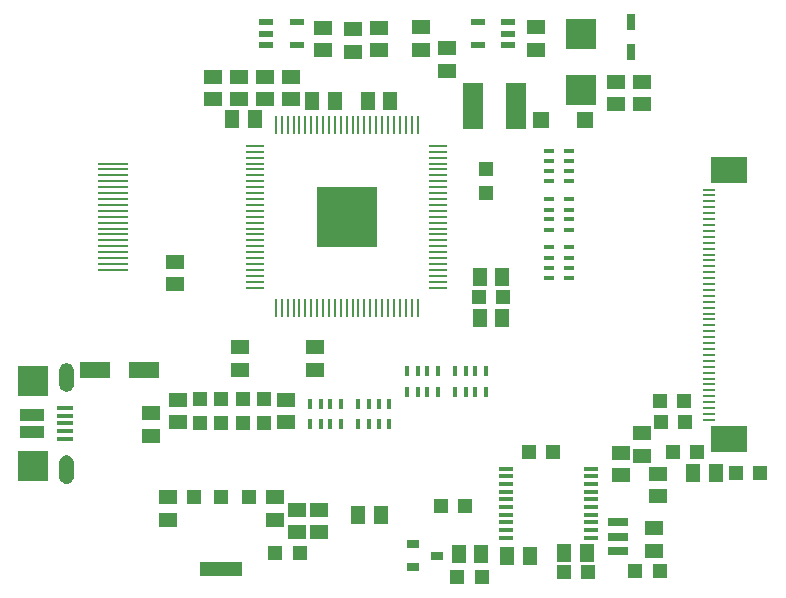
<source format=gbr>
G04 EAGLE Gerber RS-274X export*
G75*
%MOMM*%
%FSLAX34Y34*%
%LPD*%
%INSolderpaste Top*%
%IPPOS*%
%AMOC8*
5,1,8,0,0,1.08239X$1,22.5*%
G01*
%ADD10R,2.600000X0.250000*%
%ADD11R,0.270000X1.500000*%
%ADD12R,1.500000X0.270000*%
%ADD13R,5.200000X5.200000*%
%ADD14R,1.500000X1.300000*%
%ADD15R,1.300000X1.200000*%
%ADD16R,1.200000X1.300000*%
%ADD17R,1.300000X1.500000*%
%ADD18R,1.200000X0.550000*%
%ADD19R,1.300000X1.300000*%
%ADD20R,3.600000X1.300000*%
%ADD21R,1.350000X0.400000*%
%ADD22R,2.000000X1.000000*%
%ADD23R,2.500000X2.500000*%
%ADD24R,1.270000X0.304800*%
%ADD25R,1.700000X0.700000*%
%ADD26R,1.100000X0.250000*%
%ADD27R,3.100000X2.300000*%
%ADD28R,0.900000X0.450000*%
%ADD29R,0.450000X0.900000*%
%ADD30R,1.200000X1.200000*%
%ADD31R,1.800000X4.000000*%
%ADD32R,1.400000X1.400000*%
%ADD33R,2.540000X2.540000*%
%ADD34R,1.016000X0.635000*%
%ADD35R,0.800000X1.350000*%
%ADD36R,2.600000X1.400000*%

G36*
X52948Y171873D02*
X52948Y171873D01*
X54222Y172073D01*
X54269Y172090D01*
X54359Y172111D01*
X55555Y172589D01*
X55598Y172616D01*
X55681Y172656D01*
X56741Y173388D01*
X56777Y173424D01*
X56848Y173482D01*
X57719Y174432D01*
X57746Y174474D01*
X57803Y174547D01*
X58440Y175667D01*
X58457Y175714D01*
X58496Y175797D01*
X58869Y177031D01*
X58874Y177081D01*
X58894Y177171D01*
X58983Y178456D01*
X58981Y178476D01*
X58984Y178500D01*
X58984Y189500D01*
X58982Y189515D01*
X58983Y189535D01*
X58922Y190661D01*
X58911Y190708D01*
X58903Y190784D01*
X58622Y191877D01*
X58602Y191921D01*
X58580Y191994D01*
X58092Y193011D01*
X58064Y193050D01*
X58027Y193117D01*
X57350Y194020D01*
X57315Y194053D01*
X57266Y194111D01*
X56426Y194864D01*
X56385Y194890D01*
X56325Y194938D01*
X55354Y195512D01*
X55309Y195529D01*
X55242Y195565D01*
X54177Y195939D01*
X54130Y195947D01*
X54057Y195969D01*
X52940Y196128D01*
X52912Y196127D01*
X52760Y196128D01*
X51644Y195969D01*
X51598Y195954D01*
X51523Y195939D01*
X50458Y195565D01*
X50416Y195541D01*
X50346Y195512D01*
X49375Y194938D01*
X49338Y194906D01*
X49274Y194864D01*
X48434Y194111D01*
X48405Y194074D01*
X48350Y194020D01*
X47673Y193117D01*
X47651Y193074D01*
X47608Y193011D01*
X47120Y191994D01*
X47107Y191947D01*
X47078Y191877D01*
X46797Y190784D01*
X46794Y190736D01*
X46778Y190661D01*
X46717Y189535D01*
X46719Y189519D01*
X46716Y189500D01*
X46716Y178500D01*
X46719Y178485D01*
X46717Y178465D01*
X46778Y177339D01*
X46790Y177292D01*
X46797Y177216D01*
X47078Y176123D01*
X47098Y176079D01*
X47120Y176006D01*
X47608Y174989D01*
X47637Y174950D01*
X47673Y174883D01*
X48350Y173980D01*
X48385Y173947D01*
X48434Y173889D01*
X49274Y173136D01*
X49315Y173110D01*
X49375Y173062D01*
X50346Y172488D01*
X50391Y172471D01*
X50458Y172435D01*
X51523Y172061D01*
X51570Y172053D01*
X51644Y172031D01*
X52760Y171872D01*
X52761Y171872D01*
X52948Y171873D01*
G37*
G36*
X52948Y93873D02*
X52948Y93873D01*
X54222Y94073D01*
X54269Y94090D01*
X54359Y94111D01*
X55555Y94589D01*
X55598Y94616D01*
X55681Y94656D01*
X56741Y95388D01*
X56777Y95424D01*
X56848Y95482D01*
X57719Y96432D01*
X57746Y96474D01*
X57803Y96547D01*
X58440Y97667D01*
X58457Y97714D01*
X58496Y97797D01*
X58869Y99031D01*
X58874Y99081D01*
X58894Y99171D01*
X58983Y100456D01*
X58981Y100476D01*
X58984Y100500D01*
X58984Y111500D01*
X58982Y111515D01*
X58983Y111535D01*
X58922Y112661D01*
X58911Y112708D01*
X58903Y112784D01*
X58622Y113877D01*
X58602Y113921D01*
X58580Y113994D01*
X58092Y115011D01*
X58064Y115050D01*
X58027Y115117D01*
X57350Y116020D01*
X57315Y116053D01*
X57266Y116111D01*
X56426Y116864D01*
X56385Y116890D01*
X56325Y116938D01*
X55354Y117512D01*
X55309Y117529D01*
X55242Y117565D01*
X54177Y117939D01*
X54130Y117947D01*
X54057Y117969D01*
X52940Y118128D01*
X52912Y118127D01*
X52760Y118128D01*
X51644Y117969D01*
X51598Y117954D01*
X51523Y117939D01*
X50458Y117565D01*
X50416Y117541D01*
X50346Y117512D01*
X49375Y116938D01*
X49338Y116906D01*
X49274Y116864D01*
X48434Y116111D01*
X48405Y116074D01*
X48350Y116020D01*
X47673Y115117D01*
X47651Y115074D01*
X47608Y115011D01*
X47120Y113994D01*
X47107Y113947D01*
X47078Y113877D01*
X46797Y112784D01*
X46794Y112736D01*
X46778Y112661D01*
X46717Y111535D01*
X46719Y111519D01*
X46716Y111500D01*
X46716Y100500D01*
X46719Y100485D01*
X46717Y100465D01*
X46778Y99339D01*
X46790Y99292D01*
X46797Y99216D01*
X47078Y98123D01*
X47098Y98079D01*
X47120Y98006D01*
X47608Y96989D01*
X47637Y96950D01*
X47673Y96883D01*
X48350Y95980D01*
X48385Y95947D01*
X48434Y95889D01*
X49274Y95136D01*
X49315Y95110D01*
X49375Y95062D01*
X50346Y94488D01*
X50391Y94471D01*
X50458Y94435D01*
X51523Y94061D01*
X51570Y94053D01*
X51644Y94031D01*
X52760Y93872D01*
X52761Y93872D01*
X52948Y93873D01*
G37*
D10*
X92500Y275000D03*
X92500Y280000D03*
X92500Y285000D03*
X92500Y290000D03*
X92500Y295000D03*
X92500Y300000D03*
X92500Y305000D03*
X92500Y310000D03*
X92500Y315000D03*
X92500Y320000D03*
X92500Y325000D03*
X92500Y330000D03*
X92500Y335000D03*
X92500Y340000D03*
X92500Y345000D03*
X92500Y350000D03*
X92500Y355000D03*
X92500Y360000D03*
X92500Y365000D03*
D11*
X230000Y397500D03*
X235000Y397500D03*
X240000Y397500D03*
X245000Y397500D03*
X250000Y397500D03*
X255000Y397500D03*
X260000Y397500D03*
X265000Y397500D03*
X270000Y397500D03*
X275000Y397500D03*
X280000Y397500D03*
X285000Y397500D03*
X290000Y397500D03*
X295000Y397500D03*
X300000Y397500D03*
X305000Y397500D03*
X310000Y397500D03*
X315000Y397500D03*
X320000Y397500D03*
X325000Y397500D03*
X330000Y397500D03*
X335000Y397500D03*
X340000Y397500D03*
X345000Y397500D03*
X350000Y397500D03*
X230000Y242500D03*
X235000Y242500D03*
X240000Y242500D03*
X245000Y242500D03*
X250000Y242500D03*
X255000Y242500D03*
X260000Y242500D03*
X265000Y242500D03*
X270000Y242500D03*
X275000Y242500D03*
X280000Y242500D03*
X285000Y242500D03*
X290000Y242500D03*
X295000Y242500D03*
X300000Y242500D03*
X305000Y242500D03*
X310000Y242500D03*
X315000Y242500D03*
X320000Y242500D03*
X325000Y242500D03*
X330000Y242500D03*
X335000Y242500D03*
X340000Y242500D03*
X345000Y242500D03*
X350000Y242500D03*
D12*
X367500Y260000D03*
X367500Y265000D03*
X367500Y270000D03*
X367500Y275000D03*
X367500Y280000D03*
X367500Y285000D03*
X367500Y290000D03*
X367500Y295000D03*
X367500Y300000D03*
X367500Y305000D03*
X367500Y310000D03*
X367500Y315000D03*
X367500Y320000D03*
X367500Y325000D03*
X367500Y330000D03*
X367500Y335000D03*
X367500Y340000D03*
X367500Y345000D03*
X367500Y350000D03*
X367500Y355000D03*
X367500Y360000D03*
X367500Y365000D03*
X367500Y370000D03*
X367500Y375000D03*
X367500Y380000D03*
X212500Y380000D03*
X212500Y375000D03*
X212500Y370000D03*
X212500Y365000D03*
X212500Y360000D03*
X212500Y355000D03*
X212500Y350000D03*
X212500Y345000D03*
X212500Y340000D03*
X212500Y335000D03*
X212500Y330000D03*
X212500Y325000D03*
X212500Y320000D03*
X212500Y315000D03*
X212500Y310000D03*
X212500Y305000D03*
X212500Y300000D03*
X212500Y295000D03*
X212500Y290000D03*
X212500Y285000D03*
X212500Y280000D03*
X212500Y275000D03*
X212500Y270000D03*
X212500Y265000D03*
X212500Y260000D03*
D13*
X290000Y320000D03*
D14*
X177000Y438500D03*
X177000Y419500D03*
D15*
X202000Y145340D03*
X202000Y165660D03*
D16*
X422160Y252000D03*
X401840Y252000D03*
D15*
X166000Y145340D03*
X166000Y165660D03*
X184000Y145340D03*
X184000Y165660D03*
D14*
X263000Y209500D03*
X263000Y190500D03*
D17*
X280000Y418000D03*
X261000Y418000D03*
X402500Y268730D03*
X421500Y268730D03*
D15*
X408000Y339840D03*
X408000Y360160D03*
D17*
X327000Y418000D03*
X308000Y418000D03*
X193000Y402500D03*
X212000Y402500D03*
D14*
X147000Y165000D03*
X147000Y146000D03*
X200000Y209540D03*
X200000Y190540D03*
X239000Y146000D03*
X239000Y165000D03*
D15*
X220000Y145340D03*
X220000Y165660D03*
D14*
X145000Y282000D03*
X145000Y263000D03*
D18*
X221999Y484500D03*
X221999Y475000D03*
X221999Y465500D03*
X248001Y465500D03*
X248001Y484500D03*
D14*
X199000Y438500D03*
X199000Y419500D03*
X221000Y438500D03*
X221000Y419500D03*
D19*
X207000Y82500D03*
X184000Y82500D03*
X161000Y82500D03*
D20*
X184000Y21500D03*
D21*
X51600Y158000D03*
X51600Y151500D03*
X51600Y145000D03*
X51600Y138500D03*
X51600Y132000D03*
D22*
X23850Y152500D03*
X23850Y137500D03*
D23*
X24850Y181000D03*
X24850Y109000D03*
D14*
X124190Y153570D03*
X124190Y134570D03*
X139000Y63500D03*
X139000Y82500D03*
X229000Y63500D03*
X229000Y82500D03*
D17*
X421500Y234000D03*
X402500Y234000D03*
D24*
X497188Y48220D03*
X497188Y54720D03*
X497188Y61220D03*
X497188Y67720D03*
X497188Y74220D03*
X497188Y80720D03*
X497188Y87220D03*
X497188Y93720D03*
X497188Y100220D03*
X497188Y106720D03*
X424832Y106720D03*
X424832Y100220D03*
X424832Y93720D03*
X424832Y87220D03*
X424832Y80720D03*
X424832Y74220D03*
X424832Y67720D03*
X424832Y61220D03*
X424832Y54720D03*
X424832Y48220D03*
D25*
X519860Y37160D03*
X519860Y49160D03*
X519860Y61160D03*
D17*
X474370Y35560D03*
X493370Y35560D03*
X426110Y33020D03*
X445110Y33020D03*
D26*
X596600Y343000D03*
X596600Y338000D03*
X596600Y333000D03*
X596600Y328000D03*
X596600Y323000D03*
X596600Y318000D03*
X596600Y313000D03*
X596600Y308000D03*
X596600Y303000D03*
X596600Y298000D03*
X596600Y293000D03*
X596600Y288000D03*
X596600Y283000D03*
X596600Y278000D03*
X596600Y273000D03*
X596600Y268000D03*
X596600Y263000D03*
X596600Y258000D03*
X596600Y253000D03*
X596600Y248000D03*
X596600Y243000D03*
X596600Y238000D03*
X596600Y233000D03*
X596600Y228000D03*
X596600Y223000D03*
X596600Y218000D03*
X596600Y213000D03*
X596600Y208000D03*
X596600Y203000D03*
X596600Y198000D03*
X596600Y193000D03*
X596600Y188000D03*
X596600Y183000D03*
X596600Y178000D03*
X596600Y173000D03*
X596600Y168000D03*
X596600Y163000D03*
X596600Y158000D03*
X596600Y153000D03*
X596600Y148000D03*
D27*
X613600Y131500D03*
X613600Y359500D03*
D28*
X478000Y294000D03*
X461000Y294000D03*
X478000Y285000D03*
X478000Y277000D03*
X478000Y268000D03*
X461000Y268000D03*
X461000Y285000D03*
X461000Y277000D03*
X478000Y335000D03*
X461000Y335000D03*
X478000Y326000D03*
X478000Y318000D03*
X478000Y309000D03*
X461000Y309000D03*
X461000Y326000D03*
X461000Y318000D03*
D29*
X367000Y172000D03*
X367000Y189000D03*
X358000Y172000D03*
X350000Y172000D03*
X341000Y172000D03*
X341000Y189000D03*
X358000Y189000D03*
X350000Y189000D03*
X408000Y172000D03*
X408000Y189000D03*
X399000Y172000D03*
X391000Y172000D03*
X382000Y172000D03*
X382000Y189000D03*
X399000Y189000D03*
X391000Y189000D03*
X285000Y144500D03*
X285000Y161500D03*
X276000Y144500D03*
X268000Y144500D03*
X259000Y144500D03*
X259000Y161500D03*
X276000Y161500D03*
X268000Y161500D03*
X326000Y144500D03*
X326000Y161500D03*
X317000Y144500D03*
X309000Y144500D03*
X300000Y144500D03*
X300000Y161500D03*
X317000Y161500D03*
X309000Y161500D03*
D28*
X478000Y376000D03*
X461000Y376000D03*
X478000Y367000D03*
X478000Y359000D03*
X478000Y350000D03*
X461000Y350000D03*
X461000Y367000D03*
X461000Y359000D03*
D16*
X464570Y120650D03*
X444250Y120650D03*
D14*
X550230Y37400D03*
X550230Y56400D03*
D30*
X555330Y20350D03*
X534330Y20350D03*
D18*
X427001Y465500D03*
X427001Y475000D03*
X427001Y484500D03*
X400999Y484500D03*
X400999Y465500D03*
D31*
X397000Y414000D03*
X433000Y414000D03*
D32*
X491500Y402000D03*
X454500Y402000D03*
D14*
X375230Y462770D03*
X375230Y443770D03*
X540000Y415500D03*
X540000Y434500D03*
X518000Y415500D03*
X518000Y434500D03*
X450000Y480500D03*
X450000Y461500D03*
X317540Y479850D03*
X317540Y460850D03*
X295000Y478580D03*
X295000Y459580D03*
X269920Y479850D03*
X269920Y460850D03*
D33*
X488000Y427505D03*
X488000Y474495D03*
D14*
X353000Y461500D03*
X353000Y480500D03*
X243000Y438500D03*
X243000Y419500D03*
D30*
X250310Y35590D03*
X229310Y35590D03*
D14*
X248000Y52820D03*
X248000Y71820D03*
D30*
X404725Y15270D03*
X383725Y15270D03*
D17*
X403725Y34290D03*
X384725Y34290D03*
D34*
X366320Y33020D03*
X346320Y23520D03*
X346320Y42520D03*
D17*
X299930Y67290D03*
X318930Y67290D03*
D16*
X566420Y120650D03*
X586740Y120650D03*
X619760Y102870D03*
X640080Y102870D03*
D14*
X553720Y102210D03*
X553720Y83210D03*
D17*
X602590Y102870D03*
X583590Y102870D03*
D16*
X494030Y19050D03*
X473710Y19050D03*
X369570Y74930D03*
X389890Y74930D03*
D14*
X266700Y52730D03*
X266700Y71730D03*
D16*
X554990Y163830D03*
X575310Y163830D03*
X556260Y146050D03*
X576580Y146050D03*
D14*
X539750Y136500D03*
X539750Y117500D03*
X521970Y119990D03*
X521970Y100990D03*
D35*
X530860Y459740D03*
X530860Y485140D03*
D36*
X118290Y190500D03*
X77290Y190500D03*
M02*

</source>
